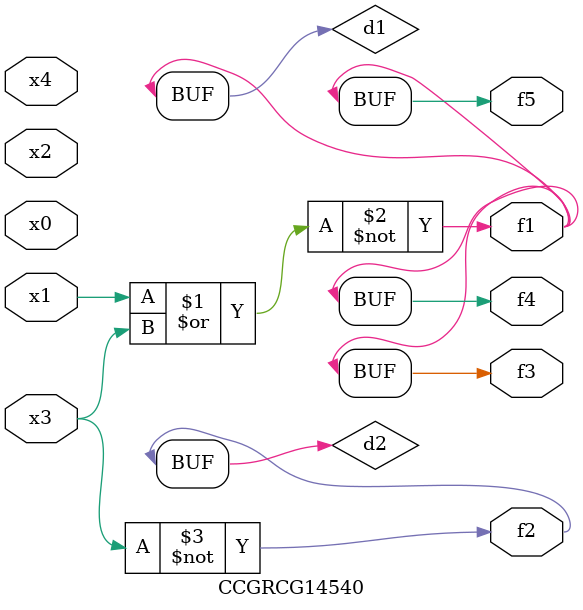
<source format=v>
module CCGRCG14540(
	input x0, x1, x2, x3, x4,
	output f1, f2, f3, f4, f5
);

	wire d1, d2;

	nor (d1, x1, x3);
	not (d2, x3);
	assign f1 = d1;
	assign f2 = d2;
	assign f3 = d1;
	assign f4 = d1;
	assign f5 = d1;
endmodule

</source>
